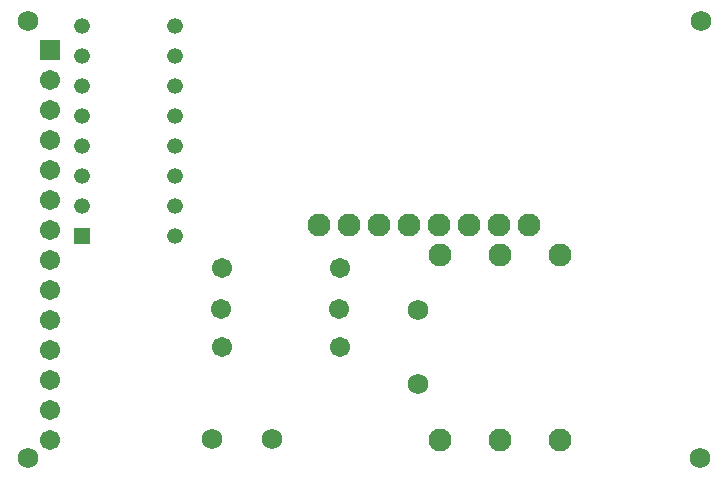
<source format=gbs>
G04*
G04 #@! TF.GenerationSoftware,Altium Limited,Altium Designer,20.2.6 (244)*
G04*
G04 Layer_Color=16711935*
%FSLAX43Y43*%
%MOMM*%
G71*
G04*
G04 #@! TF.SameCoordinates,70A9E041-225B-441C-BFEB-4F53169E124C*
G04*
G04*
G04 #@! TF.FilePolarity,Negative*
G04*
G01*
G75*
%ADD13R,1.333X1.333*%
%ADD14C,1.333*%
%ADD15C,1.953*%
%ADD16C,1.727*%
%ADD17C,1.703*%
%ADD18C,1.953*%
%ADD19R,1.703X1.703*%
D13*
X6111Y20364D02*
D03*
D14*
Y22904D02*
D03*
Y25444D02*
D03*
Y27984D02*
D03*
Y30524D02*
D03*
Y33064D02*
D03*
Y35604D02*
D03*
Y38144D02*
D03*
X14051D02*
D03*
Y35604D02*
D03*
Y33064D02*
D03*
Y30524D02*
D03*
Y27984D02*
D03*
Y25444D02*
D03*
Y22904D02*
D03*
Y20364D02*
D03*
D15*
X46589Y3048D02*
D03*
X41509D02*
D03*
X36429D02*
D03*
X46589Y18748D02*
D03*
X41509D02*
D03*
X36429D02*
D03*
D16*
X34575Y7801D02*
D03*
Y14024D02*
D03*
X22205Y3099D02*
D03*
X17125D02*
D03*
X58527Y38506D02*
D03*
X58501Y1499D02*
D03*
X1529D02*
D03*
X1555Y38506D02*
D03*
D17*
X27988Y17580D02*
D03*
X17988D02*
D03*
X27988Y10950D02*
D03*
X17988D02*
D03*
X17905Y14176D02*
D03*
X27905D02*
D03*
X3409Y3048D02*
D03*
Y5588D02*
D03*
Y8128D02*
D03*
Y10668D02*
D03*
Y13208D02*
D03*
Y15748D02*
D03*
Y18288D02*
D03*
Y20828D02*
D03*
Y23368D02*
D03*
Y25908D02*
D03*
Y28448D02*
D03*
Y30988D02*
D03*
Y33528D02*
D03*
D18*
X44023Y21288D02*
D03*
X41483D02*
D03*
X38943D02*
D03*
X26243D02*
D03*
X28783D02*
D03*
X31323D02*
D03*
X33863D02*
D03*
X36403D02*
D03*
D19*
X3409Y36068D02*
D03*
M02*

</source>
